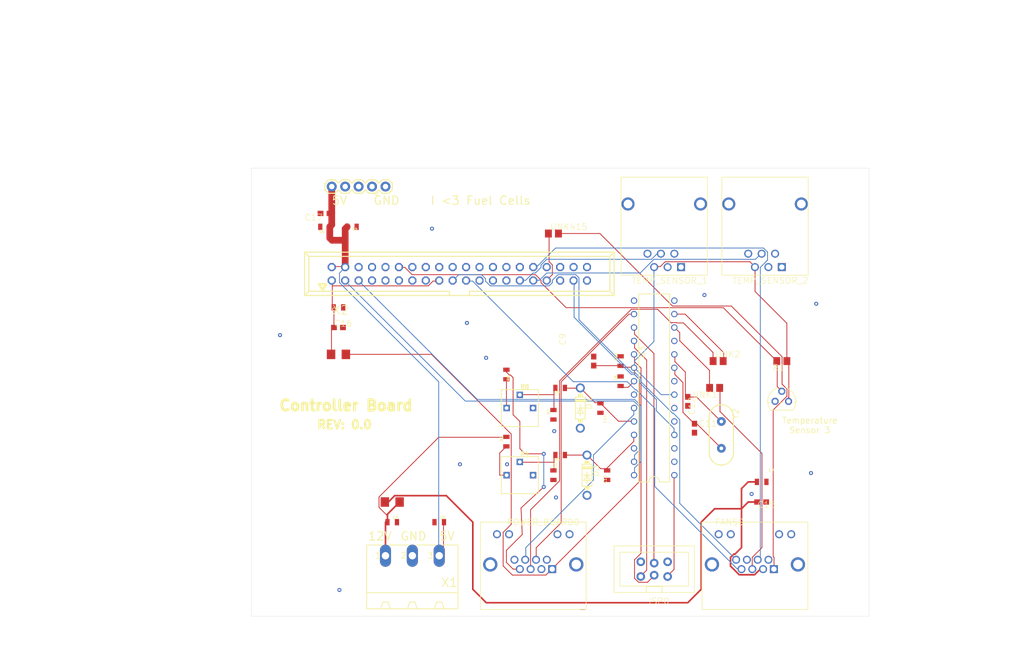
<source format=kicad_pcb>
(kicad_pcb (version 20221018) (generator pcbnew)
  (layers (0 "F.Cu" signal) (31 "B.Cu" signal) (34 "B.Paste" user) (35 "F.Paste" user) (36 "B.SilkS" user "B.Silkscreen") (37 "F.SilkS" user "F.Silkscreen") (38 "B.Mask" user) (39 "F.Mask" user) (44 "Edge.Cuts" user))
  (net 0 "")
  (net 1 "VCC")
  (net 2 "N$12")
  (net 3 "GND")
  (net 4 "RESET")
  (net 5 "N$13")
  (net 6 "N$14")
  (net 7 "SDA")
  (net 8 "SCL")
  (net 9 "LOAD_ENABLE")
  (net 10 "N$1")
  (net 11 "3.3V")
  (net 12 "N$7")
  (net 13 "N$11")
  (net 14 "12V")
  (net 15 "SCALED_BATT_V")
  (net 16 "SCALED_FUEL_CELL_V")
  (net 17 "N$10")
  (net 18 "N$15")
  (net 19 "46V")
  (net 20 "DQ_1")
  (net 21 "DQ_2")
  (net 22 "DQ_3")
  (net 23 "FUEL_CELL_CURRENT1")
  (net 24 "N$2")
  (net 25 "N$3")
  (net 26 "+5V")
  (net 27 "WARNING_LED")
  (net 28 "FAN_PWM")
  (net 29 "AIR_STARVE_RELAY")
  (net 30 "EXTRA_PIN_3")
  (net 31 "EXTRA_PIN_2")
  (net 32 "EXTRA_PIN_1")
  (net 33 "N$4")
  (net 34 "N$5")
  (net 35 "N$8")
  (net 36 "FAN_PWM_ATMEL")
  (net 37 "GATE_SIG")
  (net 38 "N$6")
  (net 39 "N$9")
  (net 40 "N$16")
  (net 41 "N$17")
  (net 42 "N$18")
  (footprint "CapstoneControllerBoardFINAL:0805" (layer "F.Cu") (at 157.4011 120.7136 -90)
    (fp_text reference "C13")
    (fp_text value "0.1uF")
  )
  (footprint "CapstoneControllerBoardFINAL:0805" (layer "F.Cu") (at 106.6011 88.9636)
    (fp_text reference "C5")
    (fp_text value "0.1uF")
  )
  (footprint "CapstoneControllerBoardFINAL:0805" (layer "F.Cu") (at 148.5111 116.9036 180)
    (fp_text reference "R5")
    (fp_text value "5k")
  )
  (footprint "CapstoneControllerBoardFINAL:C0603" (layer "F.Cu") (at 173.9111 111.8236 -90)
    (fp_text reference "C11")
    (fp_text value "22pF")
  )
  (footprint "CapstoneControllerBoardFINAL:1X05" (layer "F.Cu") (at 115.4911 66.1036 180)
    (fp_text reference "J2")
    (fp_text value "")
  )
  (footprint "CapstoneControllerBoardFINAL:0805" (layer "F.Cu") (at 109.1411 73.7236)
    (fp_text reference "C4")
    (fp_text value "0.1uF")
  )
  (footprint "CapstoneControllerBoardFINAL:0805" (layer "F.Cu") (at 104.0611 73.7236 180)
    (fp_text reference "C6")
    (fp_text value "0.1uF")
  )
  (footprint "CapstoneControllerBoardFINAL:A122645-ND" (layer "F.Cu") (at 185.3411 141.0336)
    (fp_text reference "FANS0")
    (fp_text value "ETHERNET" hide)
  )
  (footprint "CapstoneControllerBoardFINAL:TO92" (layer "F.Cu") (at 190.4211 106.7436)
    (fp_text reference "U$2" hide)
    (fp_text value "DS18B" hide)
  )
  (footprint "CapstoneControllerBoardFINAL:0805" (layer "F.Cu") (at 159.9411 102.9336 90)
    (fp_text reference "C8")
    (fp_text value "0.1uF")
  )
  (footprint "CapstoneControllerBoardFINAL:1734723-1_RJ11" (layer "F.Cu") (at 186.6111 78.8036 180)
    (fp_text reference "TEMP_SENSOR_2")
    (fp_text value "5555140-6" hide)
  )
  (footprint "CapstoneControllerBoardFINAL:R0805" (layer "F.Cu") (at 147.2411 74.9936)
    (fp_text reference "UNK415")
    (fp_text value "")
  )
  (footprint "CapstoneControllerBoardFINAL:DUMMY" (layer "F.Cu") (at 55.8011 31.8136)
    (fp_text reference "FRAME2" hide)
    (fp_text value "FRAME-LETTERNO_PACKAGE" hide)
  )
  (footprint "" (layer "F.Cu") (at 95.1711 68.6436)
    (fp_text reference "@HOLE0" hide)
    (fp_text value "")
  )
  (footprint "" (layer "F.Cu") (at 97.7111 141.0336)
    (fp_text reference "@HOLE1" hide)
    (fp_text value "")
  )
  (footprint "CapstoneControllerBoardFINAL:R0805" (layer "F.Cu") (at 178.3815 99.1236)
    (fp_text reference "UNK2")
    (fp_text value "110")
  )
  (footprint "CapstoneControllerBoardFINAL:1206" (layer "F.Cu") (at 106.6011 97.8536)
    (fp_text reference "F1")
    (fp_text value "")
  )
  (footprint "" (layer "F.Cu") (at 200.5811 141.0336)
    (fp_text reference "@HOLE2" hide)
    (fp_text value "")
  )
  (footprint "CapstoneControllerBoardFINAL:0805" (layer "F.Cu") (at 159.9411 99.1236 90)
    (fp_text reference "C10")
    (fp_text value "0.1uF")
  )
  (footprint "CapstoneControllerBoardFINAL:C0603" (layer "F.Cu") (at 104.0611 71.1836 180)
    (fp_text reference "C17")
    (fp_text value "10uF")
  )
  (footprint "CapstoneControllerBoardFINAL:TRIM_POT" (layer "F.Cu") (at 140.8911 108.0136)
    (fp_text reference "R8")
    (fp_text value "0-5k")
  )
  (footprint "CapstoneControllerBoardFINAL:C0603" (layer "F.Cu") (at 172.6411 106.7436 -90)
    (fp_text reference "C12")
    (fp_text value "22pF")
  )
  (footprint "CapstoneControllerBoardFINAL:R0805" (layer "F.Cu") (at 177.7211 104.2036 180)
    (fp_text reference "UNK1")
    (fp_text value "110")
  )
  (footprint "CapstoneControllerBoardFINAL:0805" (layer "F.Cu") (at 125.6511 129.6036)
    (fp_text reference "C3")
    (fp_text value "0.1uF")
  )
  (footprint "CapstoneControllerBoardFINAL:0805" (layer "F.Cu") (at 116.7611 129.6036)
    (fp_text reference "C2")
    (fp_text value "0.1uF")
  )
  (footprint "CapstoneControllerBoardFINAL:DO41-7.6" (layer "F.Cu") (at 152.3211 108.0136 -90)
    (fp_text reference "D4")
    (fp_text value "3.3V Zener")
  )
  (footprint "CapstoneControllerBoardFINAL:DO41-7.6" (layer "F.Cu") (at 153.5911 120.7136 -90)
    (fp_text reference "D3")
    (fp_text value "3.3V Zener")
  )
  (footprint "CapstoneControllerBoardFINAL:0805" (layer "F.Cu") (at 186.6111 121.9836)
    (fp_text reference "C7")
    (fp_text value "0.1uF")
  )
  (footprint "CapstoneControllerBoardFINAL:0805" (layer "F.Cu") (at 138.3511 114.3636 90)
    (fp_text reference "R2")
    (fp_text value "2.4k")
  )
  (footprint "CapstoneControllerBoardFINAL:1206" (layer "F.Cu") (at 116.7611 125.7936)
    (fp_text reference "F5")
    (fp_text value "")
  )
  (footprint "CapstoneControllerBoardFINAL:C0603" (layer "F.Cu") (at 186.6111 125.7936)
    (fp_text reference "C15")
    (fp_text value "10uF")
  )
  (footprint "CapstoneControllerBoardFINAL:1734723-1_RJ11" (layer "F.Cu") (at 167.5611 78.8036 180)
    (fp_text reference "TEMP_SENSOR_1")
    (fp_text value "5555140-6" hide)
  )
  (footprint "CapstoneControllerBoardFINAL:PDIP-T28" (layer "F.Cu") (at 166.2911 104.2036 90)
    (fp_text reference "U3")
    (fp_text value "ATmega328P PDIP")
  )
  (footprint "CapstoneControllerBoardFINAL:C0603" (layer "F.Cu") (at 106.6011 92.7736)
    (fp_text reference "C16")
    (fp_text value "10uF")
  )
  (footprint "CapstoneControllerBoardFINAL:AVRISP-BOX" (layer "F.Cu") (at 166.2911 138.4936 90)
    (fp_text reference "ISP0")
    (fp_text value "AVRISP-BOX" hide)
  )
  (footprint "CapstoneControllerBoardFINAL:057-040-1" (layer "F.Cu") (at 129.4611 82.6136)
    (fp_text reference "X2")
    (fp_text value "057-040-1")
  )
  (footprint "CapstoneControllerBoardFINAL:HC49US" (layer "F.Cu") (at 178.9911 113.0936 -90)
    (fp_text reference "Y2")
    (fp_text value "")
  )
  (footprint "CapstoneControllerBoardFINAL:R0805" (layer "F.Cu") (at 190.4211 99.1236 180)
    (fp_text reference "R1")
    (fp_text value "")
  )
  (footprint "CapstoneControllerBoardFINAL:0805" (layer "F.Cu") (at 147.2411 120.7136 90)
    (fp_text reference "R3")
    (fp_text value "1.2k")
  )
  (footprint "CapstoneControllerBoardFINAL:0805" (layer "F.Cu") (at 147.2411 109.2836 90)
    (fp_text reference "R7")
    (fp_text value "1.3k")
  )
  (footprint "" (layer "F.Cu") (at 201.8511 67.3736)
    (fp_text reference "@HOLE3" hide)
    (fp_text value "")
  )
  (footprint "CapstoneControllerBoardFINAL:TRIM_POT" (layer "F.Cu") (at 140.8911 120.7136)
    (fp_text reference "R4")
    (fp_text value "0-5k")
  )
  (footprint "CapstoneControllerBoardFINAL:0805" (layer "F.Cu") (at 156.1311 108.0136 -90)
    (fp_text reference "C14")
    (fp_text value "0.1uF")
  )
  (footprint "CapstoneControllerBoardFINAL:C0603" (layer "F.Cu") (at 154.8611 99.1236 90)
    (fp_text reference "C9")
    (fp_text value "10uF")
  )
  (footprint "CapstoneControllerBoardFINAL:A122645-ND" (layer "F.Cu") (at 143.4311 141.0336)
    (fp_text reference "POWER_BOARD0")
    (fp_text value "ETHERNET" hide)
  )
  (footprint "CapstoneControllerBoardFINAL:0805" (layer "F.Cu") (at 138.3511 101.6636 90)
    (fp_text reference "R6")
    (fp_text value "16k")
  )
  (footprint "CapstoneControllerBoardFINAL:0805" (layer "F.Cu") (at 148.5111 104.2036 180)
    (fp_text reference "R9")
    (fp_text value "5k")
  )
  (footprint "CapstoneControllerBoardFINAL:MSTBA3" (layer "F.Cu") (at 120.5711 141.0336)
    (fp_text reference "X1")
    (fp_text value "MSTBA3")
  )
  (gr_line (start 206.9111 62.6236) (end 90.0911 62.6236) (stroke (width 0.05)) (layer "Edge.Cuts"))
  (gr_line (start 206.9111 147.3836) (end 206.9111 62.6236) (stroke (width 0.05)) (layer "Edge.Cuts"))
  (gr_line (start 90.0911 147.3836) (end 206.9111 147.3836) (stroke (width 0.05)) (layer "Edge.Cuts"))
  (gr_line (start 90.0911 62.6236) (end 90.0911 147.3836) (stroke (width 0.05)) (layer "Edge.Cuts"))
  (gr_text "GND" (at 115.6911 69.6836) (layer "F.SilkS") (effects (font (size 1.6002 1.6002) (thickness 0.1778)) (justify bottom)))
  (gr_text "12V" (at 114.4211 133.1836) (layer "F.SilkS") (effects (font (size 1.6002 1.6002) (thickness 0.1778)) (justify bottom)))
  (gr_text "I <3 Fuel Cells" (at 133.4711 69.6836) (layer "F.SilkS") (effects (font (size 1.6002 1.6002) (thickness 0.1778)) (justify bottom)))
  (gr_text "Temperature\nSensor 3" (at 195.7011 112.8636) (layer "F.SilkS") (effects (font (size 1.143 1.143) (thickness 0.127)) (justify bottom)))
  (gr_text "REV: 0.0" (at 107.7311 112.0936) (layer "F.SilkS") (effects (font (size 1.6 1.6) (thickness 0.4)) (justify bottom)))
  (gr_text "GND" (at 120.7711 133.1836) (layer "F.SilkS") (effects (font (size 1.6002 1.6002) (thickness 0.1778)) (justify bottom)))
  (gr_text "Controller Board" (at 108.0211 108.6936) (layer "F.SilkS") (effects (font (size 2 2) (thickness 0.5)) (justify bottom)))
  (gr_text "5V" (at 106.8011 69.6836) (layer "F.SilkS") (effects (font (size 1.6002 1.6002) (thickness 0.1778)) (justify bottom)))
  (gr_text "5V" (at 127.1211 133.1836) (layer "F.SilkS") (effects (font (size 1.6002 1.6002) (thickness 0.1778)) (justify bottom)))
  (segment (start 166.2403 137.3252) (end 166.2911 137.3506) (width 0.1524) (layer "F.Cu") (net 2))
  (segment (start 153.16285 146.1136) (end 152.3211 146.1136) (width 0.1524) (layer "F.Cu") (net 2))
  (segment (start 166.2403 97.7012) (end 162.5827 94.0436) (width 0.1524) (layer "F.Cu") (net 2))
  (segment (start 162.5827 92.8244) (end 162.4811 92.7736) (width 0.1524) (layer "F.Cu") (net 2))
  (segment (start 166.2403 137.3252) (end 166.2403 97.7012) (width 0.1524) (layer "F.Cu") (net 2))
  (segment (start 162.5827 94.0436) (end 162.5827 92.8244) (width 0.1524) (layer "F.Cu") (net 2))
  (segment (start 124.749146 129.576794) (end 124.7511 129.6036) (width 0.1524) (layer "F.Cu") (net 3))
  (via (at 129.5627 118.6562) (size 0.7564) (drill 0.35) (layers "F.Cu" "B.Cu") (net 3))
  (via (at 124.2795 74.0792) (size 0.7564) (drill 0.35) (layers "F.Cu" "B.Cu") (net 3))
  (via (at 130.8835 91.91) (size 0.7564) (drill 0.35) (layers "F.Cu" "B.Cu") (net 3))
  (via (at 147.7237 124.93) (size 0.7564) (drill 0.35) (layers "F.Cu" "B.Cu") (net 3))
  (via (at 195.9329 120.3072) (size 0.7564) (drill 0.35) (layers "F.Cu" "B.Cu") (net 3))
  (via (at 106.7789 142.4306) (size 0.7564) (drill 0.35) (layers "F.Cu" "B.Cu") (net 3))
  (via (at 138.4781 118.6562) (size 0.7564) (drill 0.35) (layers "F.Cu" "B.Cu") (net 3))
  (via (at 184.7061 124.2696) (size 0.7564) (drill 0.35) (layers "F.Cu" "B.Cu") (net 3))
  (via (at 147.3935 112.3824) (size 0.7564) (drill 0.35) (layers "F.Cu" "B.Cu") (net 3))
  (via (at 134.5157 98.514) (size 0.7564) (drill 0.35) (layers "F.Cu" "B.Cu") (net 3))
  (via (at 175.7907 86.6268) (size 0.7564) (drill 0.35) (layers "F.Cu" "B.Cu") (net 3))
  (via (at 95.5521 94.2214) (size 0.7564) (drill 0.35) (layers "F.Cu" "B.Cu") (net 3))
  (via (at 196.9235 88.2778) (size 0.7564) (drill 0.35) (layers "F.Cu" "B.Cu") (net 3))
  (segment (start 139.772834 136.732738) (end 139.8711 136.7136) (width 0.1524) (layer "B.Cu") (net 3))
  (segment (start 170.0503 138.5444) (end 170.0503 120.7136) (width 0.1524) (layer "F.Cu") (net 4))
  (segment (start 168.8311 139.7636) (end 168.8311 139.8906) (width 0.1524) (layer "F.Cu") (net 4))
  (segment (start 168.8311 139.7636) (end 170.0503 138.5444) (width 0.1524) (layer "F.Cu") (net 4))
  (segment (start 170.0503 120.7136) (end 170.1011 120.7136) (width 0.1524) (layer "F.Cu") (net 4))
  (segment (start 170.2027 101.6636) (end 170.2027 100.4444) (width 0.1524) (layer "F.Cu") (net 5))
  (segment (start 178.9911 115.6336) (end 174.3175 110.96) (width 0.1524) (layer "F.Cu") (net 5))
  (segment (start 173.5555 110.6552) (end 173.9111 110.9736) (width 0.1524) (layer "F.Cu") (net 5))
  (segment (start 173.4911 110.5536) (end 173.9111 110.9736) (width 0.1524) (layer "F.Cu") (net 5))
  (segment (start 173.5555 110.6552) (end 171.7267 108.8264) (width 0.1524) (layer "F.Cu") (net 5))
  (segment (start 173.9111 110.9736) (end 174.3311 110.9736) (width 0.1524) (layer "F.Cu") (net 5))
  (segment (start 171.7267 108.8264) (end 171.7267 103.1876) (width 0.1524) (layer "F.Cu") (net 5))
  (segment (start 171.7267 103.1876) (end 170.2027 101.6636) (width 0.1524) (layer "F.Cu") (net 5))
  (segment (start 174.3175 110.96) (end 173.9111 110.9736) (width 0.1524) (layer "F.Cu") (net 5))
  (segment (start 170.2027 100.4444) (end 170.1011 100.3936) (width 0.1524) (layer "F.Cu") (net 5))
  (segment (start 172.2211 105.8936) (end 172.6411 105.8936) (width 0.1524) (layer "F.Cu") (net 6))
  (segment (start 172.1839 101.2064) (end 170.2027 99.2252) (width 0.1524) (layer "F.Cu") (net 6))
  (segment (start 172.1839 105.9308) (end 172.1839 101.2064) (width 0.1524) (layer "F.Cu") (net 6))
  (segment (start 170.2027 97.8536) (end 170.1011 97.8536) (width 0.1524) (layer "F.Cu") (net 6))
  (segment (start 178.8895 110.5028) (end 174.3175 105.9308) (width 0.1524) (layer "F.Cu") (net 6))
  (segment (start 172.1839 105.9308) (end 172.6411 105.8936) (width 0.1524) (layer "F.Cu") (net 6))
  (segment (start 172.6411 105.9308) (end 172.6411 105.8936) (width 0.1524) (layer "F.Cu") (net 6))
  (segment (start 178.8895 110.5028) (end 178.9911 110.5536) (width 0.1524) (layer "F.Cu") (net 6))
  (segment (start 170.2027 99.2252) (end 170.2027 97.8536) (width 0.1524) (layer "F.Cu") (net 6))
  (segment (start 174.3175 105.9308) (end 172.6411 105.9308) (width 0.1524) (layer "F.Cu") (net 6))
  (segment (start 107.8711 83.9852) (end 107.8711 83.8836) (width 0.1524) (layer "B.Cu") (net 7))
  (segment (start 107.8711 83.9852) (end 130.5787 106.6928) (width 0.1524) (layer "B.Cu") (net 7))
  (segment (start 162.4303 106.6928) (end 163.4971 107.7596) (width 0.1524) (layer "B.Cu") (net 7))
  (segment (start 163.4971 107.7596) (end 163.4971 115.9892) (width 0.1524) (layer "B.Cu") (net 7))
  (segment (start 162.5827 118.1228) (end 162.4811 118.1736) (width 0.1524) (layer "B.Cu") (net 7))
  (segment (start 162.5827 116.9036) (end 162.5827 118.1228) (width 0.1524) (layer "B.Cu") (net 7))
  (segment (start 130.5787 106.6928) (end 162.4303 106.6928) (width 0.1524) (layer "B.Cu") (net 7))
  (segment (start 163.4971 115.9892) (end 162.5827 116.9036) (width 0.1524) (layer "B.Cu") (net 7))
  (segment (start 162.5827 120.7136) (end 162.4811 120.7136) (width 0.1524) (layer "B.Cu") (net 8))
  (segment (start 163.8019 107.6072) (end 163.8019 118.1228) (width 0.1524) (layer "B.Cu") (net 8))
  (segment (start 162.5827 119.342) (end 162.5827 120.7136) (width 0.1524) (layer "B.Cu") (net 8))
  (segment (start 110.4619 83.9852) (end 132.8647 106.388) (width 0.1524) (layer "B.Cu") (net 8))
  (segment (start 163.8019 118.1228) (end 162.5827 119.342) (width 0.1524) (layer "B.Cu") (net 8))
  (segment (start 110.4619 83.9852) (end 110.4111 83.8836) (width 0.1524) (layer "B.Cu") (net 8))
  (segment (start 162.5827 106.388) (end 163.8019 107.6072) (width 0.1524) (layer "B.Cu") (net 8))
  (segment (start 132.8647 106.388) (end 162.5827 106.388) (width 0.1524) (layer "B.Cu") (net 8))
  (segment (start 166.6975 108.5216) (end 170.0503 111.8744) (width 0.1524) (layer "B.Cu") (net 9))
  (segment (start 163.4971 102.578) (end 163.4971 103.1876) (width 0.1524) (layer "B.Cu") (net 9))
  (segment (start 163.4971 103.1876) (end 166.6975 106.388) (width 0.1524) (layer "B.Cu") (net 9))
  (segment (start 170.0503 111.8744) (end 170.0503 113.0936) (width 0.1524) (layer "B.Cu") (net 9))
  (segment (start 170.0503 113.0936) (end 170.1011 113.0936) (width 0.1524) (layer "B.Cu") (net 9))
  (segment (start 161.9731 101.6636) (end 162.5827 101.6636) (width 0.1524) (layer "B.Cu") (net 9))
  (segment (start 151.1527 83.9852) (end 151.0511 83.8836) (width 0.1524) (layer "B.Cu") (net 9))
  (segment (start 151.1527 90.8432) (end 161.9731 101.6636) (width 0.1524) (layer "B.Cu") (net 9))
  (segment (start 151.1527 83.9852) (end 151.1527 90.8432) (width 0.1524) (layer "B.Cu") (net 9))
  (segment (start 162.5827 101.6636) (end 163.4971 102.578) (width 0.1524) (layer "B.Cu") (net 9))
  (segment (start 166.6975 106.388) (end 166.6975 108.5216) (width 0.1524) (layer "B.Cu") (net 9))
  (segment (start 162.4303 103.0352) (end 161.3635 104.102) (width 0.1524) (layer "F.Cu") (net 10))
  (segment (start 160.2967 104.102) (end 159.9411 103.8336) (width 0.1524) (layer "F.Cu") (net 10))
  (segment (start 159.9411 103.8336) (end 160.3111 104.2036) (width 0.1524) (layer "F.Cu") (net 10))
  (segment (start 162.4303 103.0352) (end 162.4811 102.9336) (width 0.1524) (layer "F.Cu") (net 10))
  (segment (start 161.3635 104.102) (end 160.2967 104.102) (width 0.1524) (layer "F.Cu") (net 10))
  (segment (start 185.2903 81.242) (end 185.3411 81.3436) (width 0.1524) (layer "F.Cu") (net 11))
  (segment (start 185.3665 85.9664) (end 185.3665 81.369) (width 0.1524) (layer "F.Cu") (net 11))
  (segment (start 146.8855 138.5444) (end 145.8187 139.6112) (width 0.1524) (layer "F.Cu") (net 11))
  (segment (start 191.7419 105.9257) (end 191.6911 105.9765) (width 0.1524) (layer "F.Cu") (net 11))
  (segment (start 160.3111 100.3936) (end 159.9411 100.0236) (width 0.1524) (layer "F.Cu") (net 11))
  (segment (start 160.2967 100.292) (end 159.9411 100.0236) (width 0.1524) (layer "F.Cu") (net 11))
  (segment (start 162.4303 100.292) (end 162.4811 100.3936) (width 0.1524) (layer "F.Cu") (net 11))
  (segment (start 137.7415 137.884) (end 139.4687 139.6112) (width 0.1524) (layer "F.Cu") (net 11))
  (segment (start 191.3711 99.1236) (end 191.3711 91.971) (width 0.1524) (layer "F.Cu") (net 11))
  (segment (start 139.2655 112.9412) (end 124.1779 97.8536) (width 0.1524) (layer "F.Cu") (net 11))
  (segment (start 163.4971 102.578) (end 162.5827 101.6636) (width 0.1524) (layer "F.Cu") (net 11))
  (segment (start 163.4971 121.9328) (end 163.4971 102.578) (width 0.1524) (layer "F.Cu") (net 11))
  (segment (start 162.4303 100.292) (end 160.2967 100.292) (width 0.1524) (layer "F.Cu") (net 11))
  (segment (start 191.3711 99.1236) (end 191.7419 99.4944) (width 0.1524) (layer "F.Cu") (net 11))
  (segment (start 184.3759 80.3276) (end 168.3739 80.3276) (width 0.1524) (layer "F.Cu") (net 11))
  (segment (start 162.5827 100.4444) (end 162.4811 100.3936) (width 0.1524) (layer "F.Cu") (net 11))
  (segment (start 147.0379 138.392) (end 147.0111 138.4936) (width 0.1524) (layer "F.Cu") (net 11))
  (segment (start 139.2655 130.01) (end 139.2655 112.9412) (width 0.1524) (layer "F.Cu") (net 11))
  (segment (start 185.3665 81.369) (end 185.3411 81.3436) (width 0.1524) (layer "F.Cu") (net 11))
  (segment (start 191.7419 99.4944) (end 191.7419 105.9257) (width 0.1524) (layer "F.Cu") (net 11))
  (segment (start 159.8395 99.9872) (end 154.9627 99.9872) (width 0.1524) (layer "F.Cu") (net 11))
  (segment (start 185.2903 81.242) (end 184.3759 80.3276) (width 0.1524) (layer "F.Cu") (net 11))
  (segment (start 162.5827 101.6636) (end 162.5827 100.4444) (width 0.1524) (layer "F.Cu") (net 11))
  (segment (start 139.2655 130.01) (end 137.7415 131.534) (width 0.1524) (layer "F.Cu") (net 11))
  (segment (start 124.1779 97.8536) (end 108.0011 97.8536) (width 0.1524) (layer "F.Cu") (net 11))
  (segment (start 166.3927 81.242) (end 166.2911 81.3436) (width 0.1524) (layer "F.Cu") (net 11))
  (segment (start 147.0379 138.392) (end 163.4971 121.9328) (width 0.1524) (layer "F.Cu") (net 11))
  (segment (start 145.8187 139.6112) (end 139.4687 139.6112) (width 0.1524) (layer "F.Cu") (net 11))
  (segment (start 146.8855 138.5444) (end 147.0111 138.4936) (width 0.1524) (layer "F.Cu") (net 11))
  (segment (start 168.3739 80.3276) (end 167.4595 81.242) (width 0.1524) (layer "F.Cu") (net 11))
  (segment (start 154.9627 99.9872) (end 154.8611 99.9736) (width 0.1524) (layer "F.Cu") (net 11))
  (segment (start 191.6911 105.9765) (end 191.6911 106.7436) (width 0.1524) (layer "F.Cu") (net 11))
  (segment (start 191.3711 91.971) (end 185.3665 85.9664) (width 0.1524) (layer "F.Cu") (net 11))
  (segment (start 137.7415 131.534) (end 137.7415 137.884) (width 0.1524) (layer "F.Cu") (net 11))
  (segment (start 159.8395 99.9872) (end 159.9411 100.0236) (width 0.1524) (layer "F.Cu") (net 11))
  (segment (start 167.4595 81.242) (end 166.3927 81.242) (width 0.1524) (layer "F.Cu") (net 11))
  (segment (start 162.5827 100.292) (end 162.4811 100.3936) (width 0.1524) (layer "B.Cu") (net 11))
  (segment (start 162.5827 100.4444) (end 167.6119 105.4736) (width 0.1524) (layer "B.Cu") (net 11))
  (segment (start 162.5827 99.0728) (end 162.5827 100.292) (width 0.1524) (layer "B.Cu") (net 11))
  (segment (start 166.2403 81.3944) (end 166.2403 95.4152) (width 0.1524) (layer "B.Cu") (net 11))
  (segment (start 166.2403 81.3944) (end 166.2911 81.3436) (width 0.1524) (layer "B.Cu") (net 11))
  (segment (start 162.5827 100.4444) (end 162.4811 100.3936) (width 0.1524) (layer "B.Cu") (net 11))
  (segment (start 166.2403 95.4152) (end 162.5827 99.0728) (width 0.1524) (layer "B.Cu") (net 11))
  (segment (start 167.6119 105.4736) (end 170.1011 105.4736) (width 0.1524) (layer "B.Cu") (net 11))
  (segment (start 137.0811 116.5336) (end 137.0811 120.7136) (width 0.1524) (layer "F.Cu") (net 12))
  (segment (start 137.0811 120.7136) (end 138.3911 120.7136) (width 0.1524) (layer "F.Cu") (net 12))
  (segment (start 137.0811 116.5336) (end 138.3511 115.2636) (width 0.1524) (layer "F.Cu") (net 12))
  (segment (start 138.3511 120.6736) (end 138.3911 120.7136) (width 0.1524) (layer "F.Cu") (net 12))
  (segment (start 147.3427 117.056) (end 147.3427 118.2752) (width 0.1524) (layer "F.Cu") (net 13))
  (segment (start 140.9419 118.2752) (end 147.3427 118.2752) (width 0.1524) (layer "F.Cu") (net 13))
  (segment (start 147.3427 119.7992) (end 147.2411 119.8136) (width 0.1524) (layer "F.Cu") (net 13))
  (segment (start 147.4951 116.9036) (end 147.3427 117.056) (width 0.1524) (layer "F.Cu") (net 13))
  (segment (start 140.9419 118.2752) (end 140.8911 118.2136) (width 0.1524) (layer "F.Cu") (net 13))
  (segment (start 147.4951 116.9036) (end 147.6111 116.9036) (width 0.1524) (layer "F.Cu") (net 13))
  (segment (start 147.3427 118.2752) (end 147.3427 119.7992) (width 0.1524) (layer "F.Cu") (net 13))
  (segment (start 114.2719 126.8096) (end 114.2719 124.8284) (width 0.1524) (layer "F.Cu") (net 14))
  (segment (start 115.7959 128.3336) (end 114.2719 126.8096) (width 0.1524) (layer "F.Cu") (net 14))
  (segment (start 114.2719 124.8284) (end 125.5495 113.5508) (width 0.1524) (layer "F.Cu") (net 14))
  (segment (start 115.4911 129.6036) (end 115.8611 129.6036) (width 0.1524) (layer "F.Cu") (net 14))
  (segment (start 115.8611 128.0936) (end 118.1611 125.7936) (width 0.3048) (layer "F.Cu") (net 14))
  (segment (start 115.4911 135.9536) (end 115.4911 129.6036) (width 0.3048) (layer "F.Cu") (net 14))
  (segment (start 115.7959 128.3336) (end 115.8611 128.3336) (width 0.1524) (layer "F.Cu") (net 14))
  (segment (start 125.5495 113.5508) (end 138.3511 113.5508) (width 0.1524) (layer "F.Cu") (net 14))
  (segment (start 115.8611 128.3336) (end 115.8611 128.0936) (width 0.3048) (layer "F.Cu") (net 14))
  (segment (start 138.3511 113.5508) (end 138.3511 113.4636) (width 0.1524) (layer "F.Cu") (net 14))
  (segment (start 115.8611 129.6036) (end 115.8611 128.3336) (width 0.3048) (layer "F.Cu") (net 14))
  (segment (start 162.4303 114.3128) (end 162.4303 113.0936) (width 0.1524) (layer "F.Cu") (net 15))
  (segment (start 162.4303 113.0936) (end 162.4811 113.0936) (width 0.1524) (layer "F.Cu") (net 15))
  (segment (start 157.4011 119.4436) (end 157.4011 119.4944) (width 0.1524) (layer "F.Cu") (net 15))
  (segment (start 157.2487 119.4944) (end 162.4303 114.3128) (width 0.1524) (layer "F.Cu") (net 15))
  (segment (start 153.5911 116.9036) (end 149.7811 116.9036) (width 0.1524) (layer "F.Cu") (net 15))
  (segment (start 157.2487 119.4944) (end 157.4011 119.4944) (width 0.1524) (layer "F.Cu") (net 15))
  (segment (start 153.5911 116.9036) (end 156.1819 119.4944) (width 0.1524) (layer "F.Cu") (net 15))
  (segment (start 156.1819 119.4944) (end 157.2487 119.4944) (width 0.1524) (layer "F.Cu") (net 15))
  (segment (start 149.7811 116.9036) (end 149.4111 116.9036) (width 0.1524) (layer "F.Cu") (net 15))
  (segment (start 157.2487 119.4944) (end 157.4011 119.8136) (width 0.1524) (layer "F.Cu") (net 15))
  (segment (start 157.4011 119.4944) (end 157.4011 119.8136) (width 0.1524) (layer "F.Cu") (net 15))
  (segment (start 162.4303 110.5028) (end 162.4811 110.5536) (width 0.1524) (layer "F.Cu") (net 16))
  (segment (start 152.2195 104.2544) (end 149.4763 104.2544) (width 0.1524) (layer "F.Cu") (net 16))
  (segment (start 152.2195 104.2544) (end 152.3211 104.2036) (width 0.1524) (layer "F.Cu") (net 16))
  (segment (start 156.1311 106.7436) (end 156.1311 107.1136) (width 0.1524) (layer "F.Cu") (net 16))
  (segment (start 152.3211 104.2036) (end 155.1151 106.9976) (width 0.1524) (layer "F.Cu") (net 16))
  (segment (start 156.1819 107.15) (end 156.1311 107.1136) (width 0.1524) (layer "F.Cu") (net 16))
  (segment (start 159.5347 110.5028) (end 162.4303 110.5028) (width 0.1524) (layer "F.Cu") (net 16))
  (segment (start 156.0295 106.9976) (end 156.1311 107.1136) (width 0.1524) (layer "F.Cu") (net 16))
  (segment (start 155.1151 106.9976) (end 156.0295 106.9976) (width 0.1524) (layer "F.Cu") (net 16))
  (segment (start 149.4763 104.2544) (end 149.4111 104.2036) (width 0.1524) (layer "F.Cu") (net 16))
  (segment (start 156.1819 107.15) (end 159.5347 110.5028) (width 0.1524) (layer "F.Cu") (net 16))
  (segment (start 138.3511 107.912) (end 138.3511 102.5636) (width 0.1524) (layer "F.Cu") (net 17))
  (segment (start 138.3511 107.912) (end 138.3911 108.0136) (width 0.1524) (layer "F.Cu") (net 17))
  (segment (start 138.3511 107.9736) (end 138.3911 108.0136) (width 0.1524) (layer "F.Cu") (net 17))
  (segment (start 140.9419 105.4736) (end 140.8911 105.5136) (width 0.1524) (layer "F.Cu") (net 18))
  (segment (start 147.3427 108.3692) (end 147.2411 108.3836) (width 0.1524) (layer "F.Cu") (net 18))
  (segment (start 147.4951 104.2544) (end 147.3427 104.4068) (width 0.1524) (layer "F.Cu") (net 18))
  (segment (start 147.3427 104.4068) (end 147.3427 105.4736) (width 0.1524) (layer "F.Cu") (net 18))
  (segment (start 147.3427 105.4736) (end 140.9419 105.4736) (width 0.1524) (layer "F.Cu") (net 18))
  (segment (start 147.3427 105.4736) (end 147.3427 108.3692) (width 0.1524) (layer "F.Cu") (net 18))
  (segment (start 147.4951 104.2544) (end 147.6111 104.2036) (width 0.1524) (layer "F.Cu") (net 18))
  (segment (start 141.1197 126.9112) (end 145.4123 122.9488) (width 0.1524) (layer "F.Cu") (net 19))
  (segment (start 140.8911 110.5536) (end 140.8911 115.6844) (width 0.1524) (layer "F.Cu") (net 19))
  (segment (start 139.119437 101.7572) (end 139.6211 102.258863) (width 0.1524) (layer "F.Cu") (net 19))
  (segment (start 139.6211 102.258863) (end 139.6211 109.2836) (width 0.1524) (layer "F.Cu") (net 19))
  (segment (start 141.8817 116.675) (end 140.8911 115.6844) (width 0.1524) (layer "F.Cu") (net 19))
  (segment (start 138.9019 101.7572) (end 139.119437 101.7572) (width 0.1524) (layer "F.Cu") (net 19))
  (segment (start 138.3511 137.2236) (end 139.6211 138.4936) (width 0.1524) (layer "F.Cu") (net 19))
  (segment (start 138.3511 134.9376) (end 138.3511 137.2236) (width 0.1524) (layer "F.Cu") (net 19))
  (segment (start 139.6211 109.2836) (end 140.8911 110.5536) (width 0.1524) (layer "F.Cu") (net 19))
  (segment (start 140.8911 138.4936) (end 139.6211 138.4936) (width 0.1524) (layer "F.Cu") (net 19))
  (segment (start 141.3483 131.9404) (end 138.3511 134.9376) (width 0.1524) (layer "F.Cu") (net 19))
  (segment (start 138.3511 101.2064) (end 138.9019 101.7572) (width 0.1524) (layer "F.Cu") (net 19))
  (segment (start 145.4123 116.675) (end 141.8817 116.675) (width 0.1524) (layer "F.Cu") (net 19))
  (segment (start 141.3483 131.9404) (end 141.1197 126.9112) (width 0.1524) (layer "F.Cu") (net 19))
  (segment (start 138.3511 100.7636) (end 138.3511 101.2064) (width 0.1524) (layer "F.Cu") (net 19))
  (via (at 145.4123 116.675) (size 0.7564) (drill 0.35) (layers "F.Cu" "B.Cu") (net 19))
  (via (at 145.4123 122.9488) (size 0.7564) (drill 0.35) (layers "F.Cu" "B.Cu") (net 19))
  (segment (start 145.4123 122.9488) (end 145.4123 116.675) (width 0.1524) (layer "B.Cu") (net 19))
  (segment (start 143.8375 82.4612) (end 143.3803 82.4612) (width 0.1524) (layer "B.Cu") (net 20))
  (segment (start 145.9711 79.8704) (end 144.9043 80.9372) (width 0.1524) (layer "B.Cu") (net 20))
  (segment (start 165.7831 79.8704) (end 145.9711 79.8704) (width 0.1524) (layer "B.Cu") (net 20))
  (segment (start 167.5611 78.8036) (end 166.8499 78.8036) (width 0.1524) (layer "B.Cu") (net 20))
  (segment (start 140.9419 83.8328) (end 140.8911 83.8836) (width 0.1524) (layer "B.Cu") (net 20))
  (segment (start 166.8499 78.8036) (end 165.7831 79.8704) (width 0.1524) (layer "B.Cu") (net 20))
  (segment (start 143.3803 82.4612) (end 142.0087 83.8328) (width 0.1524) (layer "B.Cu") (net 20))
  (segment (start 144.9043 81.3944) (end 143.8375 82.4612) (width 0.1524) (layer "B.Cu") (net 20))
  (segment (start 144.9043 80.9372) (end 144.9043 81.3944) (width 0.1524) (layer "B.Cu") (net 20))
  (segment (start 142.0087 83.8328) (end 140.9419 83.8328) (width 0.1524) (layer "B.Cu") (net 20))
  (segment (start 186.5095 78.8036) (end 186.6111 78.8036) (width 0.1524) (layer "B.Cu") (net 21))
  (segment (start 144.5995 83.8328) (end 143.5327 83.8328) (width 0.1524) (layer "B.Cu") (net 21))
  (segment (start 145.9711 82.4612) (end 144.5995 83.8328) (width 0.1524) (layer "B.Cu") (net 21))
  (segment (start 186.5095 78.8036) (end 185.4427 79.8704) (width 0.1524) (layer "B.Cu") (net 21))
  (segment (start 185.4427 79.8704) (end 166.2403 79.8704) (width 0.1524) (layer "B.Cu") (net 21))
  (segment (start 166.2403 79.8704) (end 163.6495 82.4612) (width 0.1524) (layer "B.Cu") (net 21))
  (segment (start 163.6495 82.4612) (end 145.9711 82.4612) (width 0.1524) (layer "B.Cu") (net 21))
  (segment (start 143.5327 83.8328) (end 143.4311 83.8836) (width 0.1524) (layer "B.Cu") (net 21))
  (segment (start 189.5575 103.9496) (end 189.5575 99.2252) (width 0.1524) (layer "F.Cu") (net 22))
  (segment (start 144.9043 84.29) (end 144.9043 83.8328) (width 0.1524) (layer "F.Cu") (net 22))
  (segment (start 179.3467 89.0144) (end 149.6287 89.0144) (width 0.1524) (layer "F.Cu") (net 22))
  (segment (start 118.0819 81.3944) (end 118.0311 81.3436) (width 0.1524) (layer "F.Cu") (net 22))
  (segment (start 120.5203 82.766) (end 119.1487 81.3944) (width 0.1524) (layer "F.Cu") (net 22))
  (segment (start 189.4051 99.0728) (end 179.3467 89.0144) (width 0.1524) (layer "F.Cu") (net 22))
  (segment (start 149.6287 89.0144) (end 144.9043 84.29) (width 0.1524) (layer "F.Cu") (net 22))
  (segment (start 189.4051 99.0728) (end 189.4711 99.1236) (width 0.1524) (layer "F.Cu") (net 22))
  (segment (start 143.8375 82.766) (end 120.5203 82.766) (width 0.1524) (layer "F.Cu") (net 22))
  (segment (start 189.5575 99.2252) (end 189.4711 99.1236) (width 0.1524) (layer "F.Cu") (net 22))
  (segment (start 190.3195 104.7116) (end 190.4211 104.8386) (width 0.1524) (layer "F.Cu") (net 22))
  (segment (start 119.1487 81.3944) (end 118.0819 81.3944) (width 0.1524) (layer "F.Cu") (net 22))
  (segment (start 144.9043 83.8328) (end 143.8375 82.766) (width 0.1524) (layer "F.Cu") (net 22))
  (segment (start 190.3195 104.7116) (end 189.5575 103.9496) (width 0.1524) (layer "F.Cu") (net 22))
  (segment (start 142.0087 134.4296) (end 154.8103 121.628) (width 0.1524) (layer "B.Cu") (net 23))
  (segment (start 162.4303 108.0644) (end 162.4811 108.0136) (width 0.1524) (layer "B.Cu") (net 23))
  (segment (start 154.8103 116.9036) (end 162.4303 109.2836) (width 0.1524) (layer "B.Cu") (net 23))
  (segment (start 154.8103 121.628) (end 154.8103 116.9036) (width 0.1524) (layer "B.Cu") (net 23))
  (segment (start 142.0087 136.5632) (end 142.0087 134.4296) (width 0.1524) (layer "B.Cu") (net 23))
  (segment (start 142.0087 136.5632) (end 141.9111 136.7136) (width 0.1524) (layer "B.Cu") (net 23))
  (segment (start 162.4303 109.2836) (end 162.4303 108.0644) (width 0.1524) (layer "B.Cu") (net 23))
  (segment (start 164.8687 98.9204) (end 162.5827 96.6344) (width 0.1524) (layer "F.Cu") (net 24))
  (segment (start 162.5827 96.6344) (end 162.5827 95.4152) (width 0.1524) (layer "F.Cu") (net 24))
  (segment (start 163.8019 139.7636) (end 164.8687 138.6968) (width 0.1524) (layer "F.Cu") (net 24))
  (segment (start 162.5827 95.4152) (end 162.4811 95.3136) (width 0.1524) (layer "F.Cu") (net 24))
  (segment (start 164.8687 138.6968) (end 164.8687 98.9204) (width 0.1524) (layer "F.Cu") (net 24))
  (segment (start 163.8019 139.7636) (end 163.7511 139.8906) (width 0.1524) (layer "F.Cu") (net 24))
  (segment (start 163.8019 135.4964) (end 163.8019 100.4444) (width 0.1524) (layer "F.Cu") (net 25))
  (segment (start 162.5827 140.2208) (end 162.5827 136.7156) (width 0.1524) (layer "F.Cu") (net 25))
  (segment (start 163.8019 100.4444) (end 162.5827 99.2252) (width 0.1524) (layer "F.Cu") (net 25))
  (segment (start 166.2403 139.7636) (end 165.0211 140.9828) (width 0.1524) (layer "F.Cu") (net 25))
  (segment (start 162.5827 99.2252) (end 162.5827 97.8536) (width 0.1524) (layer "F.Cu") (net 25))
  (segment (start 162.5827 136.7156) (end 163.8019 135.4964) (width 0.1524) (layer "F.Cu") (net 25))
  (segment (start 166.2403 139.7636) (end 166.2911 139.6366) (width 0.1524) (layer "F.Cu") (net 25))
  (segment (start 163.3447 140.9828) (end 162.5827 140.2208) (width 0.1524) (layer "F.Cu") (net 25))
  (segment (start 165.0211 140.9828) (end 163.3447 140.9828) (width 0.1524) (layer "F.Cu") (net 25))
  (segment (start 162.5827 97.8536) (end 162.4811 97.8536) (width 0.1524) (layer "F.Cu") (net 25))
  (segment (start 107.8711 81.3436) (end 107.8711 76.2636) (width 1.27) (layer "F.Cu") (net 26))
  (segment (start 125.7019 135.9536) (end 126.4639 135.1916) (width 0.1524) (layer "F.Cu") (net 26))
  (segment (start 105.38755 76.2636) (end 107.8711 76.2636) (width 1.27) (layer "F.Cu") (net 26))
  (segment (start 125.7019 135.9536) (end 125.6511 135.9536) (width 0.1524) (layer "F.Cu") (net 26))
  (segment (start 104.9611 73.7236) (end 104.9611 75.83715) (width 1.27) (layer "F.Cu") (net 26))
  (segment (start 105.4327 81.242) (end 107.2615 81.242) (width 0.1524) (layer "F.Cu") (net 26))
  (segment (start 104.9611 75.83715) (end 105.38755 76.2636) (width 1.27) (layer "F.Cu") (net 26))
  (segment (start 126.4639 135.1916) (end 126.4639 129.7052) (width 0.1524) (layer "F.Cu") (net 26))
  (segment (start 107.8711 74.0936) (end 108.2411 73.7236) (width 1.27) (layer "F.Cu") (net 26))
  (segment (start 105.3311 73.3536) (end 104.9611 73.7236) (width 1.27) (layer "F.Cu") (net 26))
  (segment (start 126.4639 129.7052) (end 126.5511 129.6036) (width 0.1524) (layer "F.Cu") (net 26))
  (segment (start 105.3311 66.1036) (end 105.3311 71.1836) (width 1.27) (layer "F.Cu") (net 26))
  (segment (start 107.2615 81.242) (end 107.8711 81.3436) (width 0.1524) (layer "F.Cu") (net 26))
  (segment (start 104.9111 71.1836) (end 105.3311 71.1836) (width 0.1524) (layer "F.Cu") (net 26))
  (segment (start 105.4327 81.242) (end 105.3311 81.3436) (width 0.1524) (layer "F.Cu") (net 26))
  (segment (start 105.3311 71.1836) (end 105.3311 73.3536) (width 1.27) (layer "F.Cu") (net 26))
  (segment (start 107.8711 76.2636) (end 107.8711 74.0936) (width 1.27) (layer "F.Cu") (net 26))
  (segment (start 106.8043 82.4612) (end 106.8043 84.29) (width 0.1524) (layer "B.Cu") (net 26))
  (segment (start 106.8043 84.29) (end 125.5495 103.0352) (width 0.1524) (layer "B.Cu") (net 26))
  (segment (start 107.8711 81.3944) (end 106.8043 82.4612) (width 0.1524) (layer "B.Cu") (net 26))
  (segment (start 125.5495 135.9536) (end 125.6511 135.9536) (width 0.1524) (layer "B.Cu") (net 26))
  (segment (start 125.5495 103.0352) (end 125.5495 135.9536) (width 0.1524) (layer "B.Cu") (net 26))
  (segment (start 107.8711 81.3944) (end 107.8711 81.3436) (width 0.1524) (layer "B.Cu") (net 26))
  (segment (start 187.7287 78.4988) (end 186.9667 77.7368) (width 0.1524) (layer "B.Cu") (net 27))
  (segment (start 147.6475 77.7368) (end 144.1423 81.242) (width 0.1524) (layer "B.Cu") (net 27))
  (segment (start 185.8999 136.5632) (end 185.8611 136.7136) (width 0.1524) (layer "B.Cu") (net 27))
  (segment (start 186.3571 81.3944) (end 187.7287 80.0228) (width 0.1524) (layer "B.Cu") (net 27))
  (segment (start 143.5327 81.242) (end 143.4311 81.3436) (width 0.1524) (layer "B.Cu") (net 27))
  (segment (start 185.8999 136.5632) (end 186.3571 136.106) (width 0.1524) (layer "B.Cu") (net 27))
  (segment (start 186.9667 77.7368) (end 147.6475 77.7368) (width 0.1524) (layer "B.Cu") (net 27))
  (segment (start 187.7287 80.0228) (end 187.7287 78.4988) (width 0.1524) (layer "B.Cu") (net 27))
  (segment (start 144.1423 81.242) (end 143.5327 81.242) (width 0.1524) (layer "B.Cu") (net 27))
  (segment (start 186.3571 136.106) (end 186.3571 81.3944) (width 0.1524) (layer "B.Cu") (net 27))
  (segment (start 188.9479 138.392) (end 188.9211 138.4936) (width 0.1524) (layer "F.Cu") (net 28))
  (segment (start 188.9479 136.2584) (end 188.7955 136.106) (width 0.1524) (layer "F.Cu") (net 28))
  (segment (start 169.7455 88.7096) (end 156.0295 74.9936) (width 0.1524) (layer "F.Cu") (net 28))
  (segment (start 156.0295 74.9936) (end 148.1911 74.9936) (width 0.1524) (layer "F.Cu") (net 28))
  (segment (start 190.4719 98.3108) (end 180.8707 88.7096) (width 0.1524) (layer "F.Cu") (net 28))
  (segment (start 188.7955 136.106) (end 188.7955 108.3692) (width 0.1524) (layer "F.Cu") (net 28))
  (segment (start 191.3863 104.4068) (end 190.4719 103.4924) (width 0.1524) (layer "F.Cu") (net 28))
  (segment (start 180.8707 88.7096) (end 169.7455 88.7096) (width 0.1524) (layer "F.Cu") (net 28))
  (segment (start 191.3863 105.7784) (end 191.3863 104.4068) (width 0.1524) (layer "F.Cu") (net 28))
  (segment (start 188.7955 108.3692) (end 191.3863 105.7784) (width 0.1524) (layer "F.Cu") (net 28))
  (segment (start 188.9479 138.392) (end 188.9479 136.2584) (width 0.1524) (layer "F.Cu") (net 28))
  (segment (start 190.4719 103.4924) (end 190.4719 98.3108) (width 0.1524) (layer "F.Cu") (net 28))
  (segment (start 142.9231 138.392) (end 142.9311 138.4936) (width 0.1524) (layer "F.Cu") (net 29))
  (segment (start 171.8283 91.91) (end 177.4163 97.498) (width 0.1524) (layer "F.Cu") (net 29))
  (segment (start 148.4095 102.8828) (end 148.4095 121.7804) (width 0.1524) (layer "F.Cu") (net 29))
  (segment (start 166.9261 89.3192) (end 169.5169 91.91) (width 0.1524) (layer "F.Cu") (net 29))
  (segment (start 170.490381 91.8338) (end 170.566581 91.91) (width 0.1524) (layer "F.Cu") (net 29))
  (segment (start 170.566581 91.91) (end 171.8283 91.91) (width 0.1524) (layer "F.Cu") (net 29))
  (segment (start 177.4163 99.0728) (end 177.4315 99.1236) (width 0.1524) (layer "F.Cu") (net 29))
  (segment (start 169.711818 91.8338) (end 170.490381 91.8338) (width 0.1524) (layer "F.Cu") (net 29))
  (segment (start 177.4163 97.498) (end 177.4163 99.0728) (width 0.1524) (layer "F.Cu") (net 29))
  (segment (start 148.4095 102.8828) (end 161.9731 89.3192) (width 0.1524) (layer "F.Cu") (net 29))
  (segment (start 148.4095 121.7804) (end 142.9231 127.2668) (width 0.1524) (layer "F.Cu") (net 29))
  (segment (start 169.5169 91.91) (end 169.635618 91.91) (width 0.1524) (layer "F.Cu") (net 29))
  (segment (start 142.9231 127.2668) (end 142.9231 138.392) (width 0.1524) (layer "F.Cu") (net 29))
  (segment (start 169.635618 91.91) (end 169.711818 91.8338) (width 0.1524) (layer "F.Cu") (net 29))
  (segment (start 177.5687 99.0728) (end 177.4315 99.1236) (width 0.1524) (layer "F.Cu") (net 29))
  (segment (start 161.9731 89.3192) (end 166.9261 89.3192) (width 0.1524) (layer "F.Cu") (net 29))
  (segment (start 162.7351 104.5592) (end 161.2111 103.0352) (width 0.1524) (layer "B.Cu") (net 31))
  (segment (start 161.2111 103.0352) (end 151.0003 103.0352) (width 0.1524) (layer "B.Cu") (net 31))
  (segment (start 166.3927 108.0644) (end 162.8875 104.5592) (width 0.1524) (layer "B.Cu") (net 31))
  (segment (start 182.6995 138.392) (end 181.9375 138.392) (width 0.1524) (layer "B.Cu") (net 31))
  (segment (start 130.7311 83.9852) (end 130.7311 83.8836) (width 0.1524) (layer "B.Cu") (net 31))
  (segment (start 182.6995 138.392) (end 182.8011 138.4936) (width 0.1524) (layer "B.Cu") (net 31))
  (segment (start 162.8875 104.5592) (end 162.7351 104.5592) (width 0.1524) (layer "B.Cu") (net 31))
  (segment (start 131.9503 83.9852) (end 130.7311 83.9852) (width 0.1524) (layer "B.Cu") (net 31))
  (segment (start 151.0003 103.0352) (end 131.9503 83.9852) (width 0.1524) (layer "B.Cu") (net 31))
  (segment (start 166.3927 122.8472) (end 166.3927 108.0644) (width 0.1524) (layer "B.Cu") (net 31))
  (segment (start 181.9375 138.392) (end 166.3927 122.8472) (width 0.1524) (layer "B.Cu") (net 31))
  (segment (start 133.6267 82.766) (end 134.3887 83.528) (width 0.1524) (layer "B.Cu") (net 32))
  (segment (start 163.8019 103.0352) (end 169.7455 108.9788) (width 0.1524) (layer "B.Cu") (net 32))
  (segment (start 129.3595 82.766) (end 133.6267 82.766) (width 0.1524) (layer "B.Cu") (net 32))
  (segment (start 134.3887 83.9852) (end 135.3031 84.8996) (width 0.1524) (layer "B.Cu") (net 32))
  (segment (start 134.3887 83.528) (end 134.3887 83.9852) (width 0.1524) (layer "B.Cu") (net 32))
  (segment (start 152.0671 91.3004) (end 162.1255 101.3588) (width 0.1524) (layer "B.Cu") (net 32))
  (segment (start 128.2927 83.8328) (end 128.1911 83.8836) (width 0.1524) (layer "B.Cu") (net 32))
  (segment (start 163.8019 102.4256) (end 163.8019 103.0352) (width 0.1524) (layer "B.Cu") (net 32))
  (segment (start 146.4283 84.8996) (end 147.0379 84.29) (width 0.1524) (layer "B.Cu") (net 32))
  (segment (start 135.3031 84.8996) (end 146.4283 84.8996) (width 0.1524) (layer "B.Cu") (net 32))
  (segment (start 147.0379 83.8328) (end 148.1047 82.766) (width 0.1524) (layer "B.Cu") (net 32))
  (segment (start 171.1171 110.198) (end 171.1171 126.0476) (width 0.1524) (layer "B.Cu") (net 32))
  (segment (start 181.6327 136.5632) (end 181.7811 136.7136) (width 0.1524) (layer "B.Cu") (net 32))
  (segment (start 169.8979 108.9788) (end 171.1171 110.198) (width 0.1524) (layer "B.Cu") (net 32))
  (segment (start 171.1171 126.0476) (end 181.6327 136.5632) (width 0.1524) (layer "B.Cu") (net 32))
  (segment (start 162.1255 101.3588) (end 162.7351 101.3588) (width 0.1524) (layer "B.Cu") (net 32))
  (segment (start 152.0671 83.3756) (end 152.0671 91.3004) (width 0.1524) (layer "B.Cu") (net 32))
  (segment (start 148.1047 82.766) (end 151.4575 82.766) (width 0.1524) (layer "B.Cu") (net 32))
  (segment (start 162.7351 101.3588) (end 163.8019 102.4256) (width 0.1524) (layer "B.Cu") (net 32))
  (segment (start 147.0379 84.29) (end 147.0379 83.8328) (width 0.1524) (layer "B.Cu") (net 32))
  (segment (start 128.2927 83.8328) (end 129.3595 82.766) (width 0.1524) (layer "B.Cu") (net 32))
  (segment (start 151.4575 82.766) (end 152.0671 83.3756) (width 0.1524) (layer "B.Cu") (net 32))
  (segment (start 169.7455 108.9788) (end 169.8979 108.9788) (width 0.1524) (layer "B.Cu") (net 32))
  (segment (start 170.2027 92.8244) (end 171.1171 93.7388) (width 0.1524) (layer "F.Cu") (net 35))
  (segment (start 176.7559 100.9016) (end 176.7559 104.102) (width 0.1524) (layer "F.Cu") (net 35))
  (segment (start 171.1171 95.2628) (end 176.7559 100.9016) (width 0.1524) (layer "F.Cu") (net 35))
  (segment (start 170.2027 92.8244) (end 170.1011 92.7736) (width 0.1524) (layer "F.Cu") (net 35))
  (segment (start 171.1171 93.7388) (end 171.1171 95.2628) (width 0.1524) (layer "F.Cu") (net 35))
  (segment (start 176.7559 104.102) (end 176.7711 104.2036) (width 0.1524) (layer "F.Cu") (net 35))
  (segment (start 184.8331 136.2584) (end 186.6619 134.4296) (width 0.1524) (layer "F.Cu") (net 36))
  (segment (start 184.8331 138.392) (end 184.8331 136.2584) (width 0.1524) (layer "F.Cu") (net 36))
  (segment (start 186.6619 134.4296) (end 186.6619 116.5988) (width 0.1524) (layer "F.Cu") (net 36))
  (segment (start 178.7371 108.674) (end 178.7371 104.2544) (width 0.1524) (layer "F.Cu") (net 36))
  (segment (start 186.6619 116.5988) (end 178.7371 108.674) (width 0.1524) (layer "F.Cu") (net 36))
  (segment (start 184.8331 138.392) (end 184.8411 138.4936) (width 0.1524) (layer "F.Cu") (net 36))
  (segment (start 178.7371 104.2544) (end 178.6711 104.2036) (width 0.1524) (layer "F.Cu") (net 36))
  (segment (start 161.5159 90.2336) (end 162.4811 90.2336) (width 0.1524) (layer "F.Cu") (net 37))
  (segment (start 143.9899 136.5632) (end 143.9899 134.4296) (width 0.1524) (layer "F.Cu") (net 37))
  (segment (start 148.7143 103.0352) (end 161.5159 90.2336) (width 0.1524) (layer "F.Cu") (net 37))
  (segment (start 143.9899 134.4296) (end 148.7143 129.7052) (width 0.1524) (layer "F.Cu") (net 37))
  (segment (start 143.9899 136.5632) (end 143.9511 136.7136) (width 0.1524) (layer "F.Cu") (net 37))
  (segment (start 148.7143 129.7052) (end 148.7143 103.0352) (width 0.1524) (layer "F.Cu") (net 37))
  (segment (start 145.9711 83.8328) (end 145.9711 83.8836) (width 0.1524) (layer "F.Cu") (net 38))
  (segment (start 146.4283 74.9936) (end 146.2911 74.9936) (width 0.1524) (layer "F.Cu") (net 38))
  (segment (start 146.4283 80.3276) (end 146.4283 74.9936) (width 0.1524) (layer "F.Cu") (net 38))
  (segment (start 145.9711 74.9936) (end 146.2911 74.9936) (width 0.1524) (layer "F.Cu") (net 38))
  (segment (start 147.0379 80.9372) (end 146.4283 80.3276) (width 0.1524) (layer "F.Cu") (net 38))
  (segment (start 145.9711 83.8328) (end 147.0379 82.766) (width 0.1524) (layer "F.Cu") (net 38))
  (segment (start 147.0379 82.766) (end 147.0379 80.9372) (width 0.1524) (layer "F.Cu") (net 38))
  (segment (start 105.7011 92.7236) (end 105.7511 92.7736) (width 0.1524) (layer "F.Cu") (net 39))
  (segment (start 105.7375 92.8244) (end 105.7511 92.7736) (width 0.1524) (layer "F.Cu") (net 39))
  (segment (start 105.5851 88.862) (end 105.4327 88.7096) (width 0.1524) (layer "F.Cu") (net 39))
  (segment (start 125.5495 83.9852) (end 125.6511 83.8836) (width 0.1524) (layer "F.Cu") (net 39))
  (segment (start 105.2803 93.2816) (end 105.2803 97.8536) (width 0.1524) (layer "F.Cu") (net 39))
  (segment (start 105.4327 83.9852) (end 105.3311 83.8836) (width 0.1524) (layer "F.Cu") (net 39))
  (segment (start 105.7375 89.0144) (end 105.7375 92.672) (width 0.1524) (layer "F.Cu") (net 39))
  (segment (start 105.2803 97.8536) (end 105.2011 97.8536) (width 0.1524) (layer "F.Cu") (net 39))
  (segment (start 105.4327 84.8996) (end 105.4327 83.9852) (width 0.1524) (layer "F.Cu") (net 39))
  (segment (start 124.4827 83.9852) (end 125.5495 83.9852) (width 0.1524) (layer "F.Cu") (net 39))
  (segment (start 105.4327 88.7096) (end 105.4327 84.8996) (width 0.1524) (layer "F.Cu") (net 39))
  (segment (start 105.7375 89.0144) (end 105.7011 88.9636) (width 0.1524) (layer "F.Cu") (net 39))
  (segment (start 123.5683 84.8996) (end 124.4827 83.9852) (width 0.1524) (layer "F.Cu") (net 39))
  (segment (start 105.5851 88.862) (end 105.7011 88.9636) (width 0.1524) (layer "F.Cu") (net 39))
  (segment (start 105.7375 92.8244) (end 105.2803 93.2816) (width 0.1524) (layer "F.Cu") (net 39))
  (segment (start 105.4327 84.8996) (end 123.5683 84.8996) (width 0.1524) (layer "F.Cu") (net 39))
  (segment (start 105.7375 92.672) (end 105.7511 92.7736) (width 0.1524) (layer "F.Cu") (net 39))
  (segment (start 182.8011 123.2536) (end 184.0711 121.9836) (width 0.3048) (layer "F.Cu") (net 40))
  (segment (start 132.0011 142.3036) (end 134.5411 144.8436) (width 0.3048) (layer "F.Cu") (net 40))
  (segment (start 180.7223 136.275025) (end 180.7223 137.912175) (width 0.3048) (layer "F.Cu") (net 40))
  (segment (start 115.3611 125.7936) (end 116.03005 125.7936) (width 0.3048) (layer "F.Cu") (net 40))
  (segment (start 184.0711 121.9836) (end 185.7111 121.9836) (width 0.3048) (layer "F.Cu") (net 40))
  (segment (start 177.7211 127.0636) (end 182.8011 127.0636) (width 0.3048) (layer "F.Cu") (net 40))
  (segment (start 182.8011 127.0636) (end 182.8011 134.4136) (width 0.3048) (layer "F.Cu") (net 40))
  (segment (start 172.6411 144.8436) (end 175.1811 142.3036) (width 0.3048) (layer "F.Cu") (net 40))
  (segment (start 126.9863 124.5888) (end 132.0011 129.6036) (width 0.3048) (layer "F.Cu") (net 40))
  (segment (start 117.23485 124.5888) (end 126.9863 124.5888) (width 0.3048) (layer "F.Cu") (net 40))
  (segment (start 182.8011 134.4136) (end 181.5599 135.6548) (width 0.3048) (layer "F.Cu") (net 40))
  (segment (start 180.7223 137.912175) (end 182.362525 139.5524) (width 0.3048) (layer "F.Cu") (net 40))
  (segment (start 175.1811 129.6036) (end 177.7211 127.0636) (width 0.3048) (layer "F.Cu") (net 40))
  (segment (start 182.8011 127.0636) (end 184.0711 125.7936) (width 0.3048) (layer "F.Cu") (net 40))
  (segment (start 181.342525 135.6548) (end 180.7223 136.275025) (width 0.3048) (layer "F.Cu") (net 40))
  (segment (start 181.5599 135.6548) (end 181.342525 135.6548) (width 0.3048) (layer "F.Cu") (net 40))
  (segment (start 116.03005 125.7936) (end 117.23485 124.5888) (width 0.3048) (layer "F.Cu") (net 40))
  (segment (start 175.1811 142.3036) (end 175.1811 129.6036) (width 0.3048) (layer "F.Cu") (net 40))
  (segment (start 186.338475 138.4936) (end 186.8811 138.4936) (width 0.3048) (layer "F.Cu") (net 40))
  (segment (start 132.0011 129.6036) (end 132.0011 142.3036) (width 0.3048) (layer "F.Cu") (net 40))
  (segment (start 184.0711 125.7936) (end 185.7611 125.7936) (width 0.3048) (layer "F.Cu") (net 40))
  (segment (start 134.5411 144.8436) (end 172.6411 144.8436) (width 0.3048) (layer "F.Cu") (net 40))
  (segment (start 182.8011 127.0636) (end 182.8011 123.2536) (width 0.3048) (layer "F.Cu") (net 40))
  (segment (start 182.362525 139.5524) (end 185.279675 139.5524) (width 0.3048) (layer "F.Cu") (net 40))
  (segment (start 185.279675 139.5524) (end 186.338475 138.4936) (width 0.3048) (layer "F.Cu") (net 40))
  (segment (start 179.4229 97.5234) (end 172.1331 90.2336) (width 0.1524) (layer "F.Cu") (net 42))
  (segment (start 179.3315 99.1236) (end 179.4229 99.0322) (width 0.1524) (layer "F.Cu") (net 42))
  (segment (start 179.4229 97.5234) (end 179.4229 99.0322) (width 0.1524) (layer "F.Cu") (net 42))
  (segment (start 170.1011 90.2336) (end 172.1331 90.2336) (width 0.1524) (layer "F.Cu") (net 42))
)
</source>
